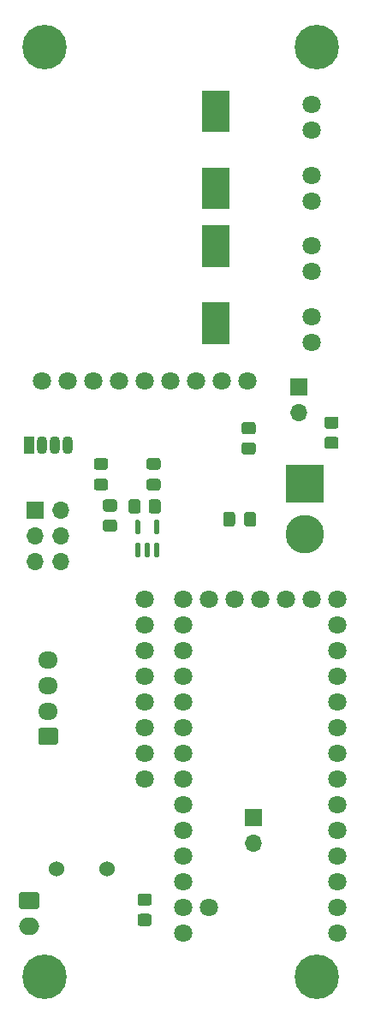
<source format=gbr>
%TF.GenerationSoftware,KiCad,Pcbnew,5.1.10*%
%TF.CreationDate,2021-06-27T22:38:49+02:00*%
%TF.ProjectId,fc_v2,66635f76-322e-46b6-9963-61645f706362,rev?*%
%TF.SameCoordinates,Original*%
%TF.FileFunction,Soldermask,Top*%
%TF.FilePolarity,Negative*%
%FSLAX46Y46*%
G04 Gerber Fmt 4.6, Leading zero omitted, Abs format (unit mm)*
G04 Created by KiCad (PCBNEW 5.1.10) date 2021-06-27 22:38:49*
%MOMM*%
%LPD*%
G01*
G04 APERTURE LIST*
%ADD10C,0.010000*%
%ADD11O,2.000000X1.700000*%
%ADD12O,1.700000X1.700000*%
%ADD13R,1.700000X1.700000*%
%ADD14C,0.700000*%
%ADD15C,4.400000*%
%ADD16C,1.524000*%
%ADD17O,1.950000X1.700000*%
%ADD18C,1.800000*%
%ADD19C,0.800000*%
%ADD20C,3.800000*%
%ADD21R,3.800000X3.800000*%
%ADD22R,1.070000X1.800000*%
%ADD23O,1.070000X1.800000*%
G04 APERTURE END LIST*
D10*
%TO.C,U14*%
G36*
X144195800Y-67843400D02*
G01*
X141554200Y-67843400D01*
X141554200Y-71856600D01*
X144195800Y-71856600D01*
X144195800Y-67843400D01*
G37*
X144195800Y-67843400D02*
X141554200Y-67843400D01*
X141554200Y-71856600D01*
X144195800Y-71856600D01*
X144195800Y-67843400D01*
%TO.C,U13*%
G36*
X144195800Y-75463400D02*
G01*
X141554200Y-75463400D01*
X141554200Y-79476600D01*
X144195800Y-79476600D01*
X144195800Y-75463400D01*
G37*
X144195800Y-75463400D02*
X141554200Y-75463400D01*
X141554200Y-79476600D01*
X144195800Y-79476600D01*
X144195800Y-75463400D01*
%TO.C,U12*%
G36*
X144195800Y-81178400D02*
G01*
X141554200Y-81178400D01*
X141554200Y-85191600D01*
X144195800Y-85191600D01*
X144195800Y-81178400D01*
G37*
X144195800Y-81178400D02*
X141554200Y-81178400D01*
X141554200Y-85191600D01*
X144195800Y-85191600D01*
X144195800Y-81178400D01*
%TO.C,U11*%
G36*
X144195800Y-88798400D02*
G01*
X141554200Y-88798400D01*
X141554200Y-92811600D01*
X144195800Y-92811600D01*
X144195800Y-88798400D01*
G37*
X144195800Y-88798400D02*
X141554200Y-88798400D01*
X141554200Y-92811600D01*
X144195800Y-92811600D01*
X144195800Y-88798400D01*
%TD*%
%TO.C,R15*%
G36*
G01*
X135439999Y-149260000D02*
X136340001Y-149260000D01*
G75*
G02*
X136590000Y-149509999I0J-249999D01*
G01*
X136590000Y-150210001D01*
G75*
G02*
X136340001Y-150460000I-249999J0D01*
G01*
X135439999Y-150460000D01*
G75*
G02*
X135190000Y-150210001I0J249999D01*
G01*
X135190000Y-149509999D01*
G75*
G02*
X135439999Y-149260000I249999J0D01*
G01*
G37*
G36*
G01*
X135439999Y-147260000D02*
X136340001Y-147260000D01*
G75*
G02*
X136590000Y-147509999I0J-249999D01*
G01*
X136590000Y-148210001D01*
G75*
G02*
X136340001Y-148460000I-249999J0D01*
G01*
X135439999Y-148460000D01*
G75*
G02*
X135190000Y-148210001I0J249999D01*
G01*
X135190000Y-147509999D01*
G75*
G02*
X135439999Y-147260000I249999J0D01*
G01*
G37*
%TD*%
D11*
%TO.C,JP2*%
X124460000Y-150455000D03*
G36*
G01*
X123710000Y-147105000D02*
X125210000Y-147105000D01*
G75*
G02*
X125460000Y-147355000I0J-250000D01*
G01*
X125460000Y-148555000D01*
G75*
G02*
X125210000Y-148805000I-250000J0D01*
G01*
X123710000Y-148805000D01*
G75*
G02*
X123460000Y-148555000I0J250000D01*
G01*
X123460000Y-147355000D01*
G75*
G02*
X123710000Y-147105000I250000J0D01*
G01*
G37*
%TD*%
D12*
%TO.C,SW1*%
X151130000Y-99695000D03*
D13*
X151130000Y-97155000D03*
%TD*%
D12*
%TO.C,JP1*%
X146685000Y-142240000D03*
D13*
X146685000Y-139700000D03*
%TD*%
D14*
%TO.C,H5*%
X154074726Y-62333274D03*
X152908000Y-61850000D03*
X151741274Y-62333274D03*
X151258000Y-63500000D03*
X151741274Y-64666726D03*
X152908000Y-65150000D03*
X154074726Y-64666726D03*
X154558000Y-63500000D03*
D15*
X152908000Y-63500000D03*
%TD*%
D14*
%TO.C,H4*%
X127150726Y-154281274D03*
X125984000Y-153798000D03*
X124817274Y-154281274D03*
X124334000Y-155448000D03*
X124817274Y-156614726D03*
X125984000Y-157098000D03*
X127150726Y-156614726D03*
X127634000Y-155448000D03*
D15*
X125984000Y-155448000D03*
%TD*%
D14*
%TO.C,H2*%
X127150726Y-62333274D03*
X125984000Y-61850000D03*
X124817274Y-62333274D03*
X124334000Y-63500000D03*
X124817274Y-64666726D03*
X125984000Y-65150000D03*
X127150726Y-64666726D03*
X127634000Y-63500000D03*
D15*
X125984000Y-63500000D03*
%TD*%
D14*
%TO.C,H1*%
X154074726Y-154281274D03*
X152908000Y-153798000D03*
X151741274Y-154281274D03*
X151258000Y-155448000D03*
X151741274Y-156614726D03*
X152908000Y-157098000D03*
X154074726Y-156614726D03*
X154558000Y-155448000D03*
D15*
X152908000Y-155448000D03*
%TD*%
%TO.C,R14*%
G36*
G01*
X154818501Y-101279500D02*
X153918499Y-101279500D01*
G75*
G02*
X153668500Y-101029501I0J249999D01*
G01*
X153668500Y-100329499D01*
G75*
G02*
X153918499Y-100079500I249999J0D01*
G01*
X154818501Y-100079500D01*
G75*
G02*
X155068500Y-100329499I0J-249999D01*
G01*
X155068500Y-101029501D01*
G75*
G02*
X154818501Y-101279500I-249999J0D01*
G01*
G37*
G36*
G01*
X154818501Y-103279500D02*
X153918499Y-103279500D01*
G75*
G02*
X153668500Y-103029501I0J249999D01*
G01*
X153668500Y-102329499D01*
G75*
G02*
X153918499Y-102079500I249999J0D01*
G01*
X154818501Y-102079500D01*
G75*
G02*
X155068500Y-102329499I0J-249999D01*
G01*
X155068500Y-103029501D01*
G75*
G02*
X154818501Y-103279500I-249999J0D01*
G01*
G37*
%TD*%
D16*
%TO.C,BZ1*%
X132190500Y-144780000D03*
X127190500Y-144780000D03*
%TD*%
D12*
%TO.C,J1*%
X127635000Y-114427000D03*
X125095000Y-114427000D03*
X127635000Y-111887000D03*
X125095000Y-111887000D03*
X127635000Y-109347000D03*
D13*
X125095000Y-109347000D03*
%TD*%
%TO.C,J2*%
G36*
G01*
X127090000Y-132549000D02*
X125640000Y-132549000D01*
G75*
G02*
X125390000Y-132299000I0J250000D01*
G01*
X125390000Y-131099000D01*
G75*
G02*
X125640000Y-130849000I250000J0D01*
G01*
X127090000Y-130849000D01*
G75*
G02*
X127340000Y-131099000I0J-250000D01*
G01*
X127340000Y-132299000D01*
G75*
G02*
X127090000Y-132549000I-250000J0D01*
G01*
G37*
D17*
X126365000Y-129199000D03*
X126365000Y-126699000D03*
X126365000Y-124199000D03*
%TD*%
D18*
%TO.C,U1*%
X154940000Y-151130000D03*
X154940000Y-148590000D03*
X154940000Y-146050000D03*
X154940000Y-143510000D03*
X154940000Y-140970000D03*
X154940000Y-138430000D03*
X154940000Y-135890000D03*
X154940000Y-133350000D03*
X154940000Y-130810000D03*
X154940000Y-128270000D03*
X154940000Y-125730000D03*
X154940000Y-123190000D03*
X154940000Y-120650000D03*
X142240000Y-148590000D03*
X139700000Y-151130000D03*
X139700000Y-148590000D03*
X139700000Y-146050000D03*
X139700000Y-143510000D03*
X139700000Y-140970000D03*
X139700000Y-138430000D03*
X139700000Y-135890000D03*
X139700000Y-133350000D03*
X139700000Y-130810000D03*
X139700000Y-128270000D03*
X139700000Y-125730000D03*
X139700000Y-123190000D03*
X139700000Y-120650000D03*
X154940000Y-118110000D03*
X152400000Y-118110000D03*
X149860000Y-118110000D03*
X139700000Y-118110000D03*
X142240000Y-118110000D03*
X144780000Y-118110000D03*
X147320000Y-118110000D03*
%TD*%
D19*
%TO.C,U14*%
X142036800Y-71374000D03*
X143713200Y-71374000D03*
X142875000Y-71374000D03*
X142036800Y-69951600D03*
X142875000Y-69951600D03*
X143713200Y-69951600D03*
X142036800Y-68478400D03*
X142875000Y-68478400D03*
X143713200Y-68478400D03*
%TD*%
%TO.C,U13*%
X142036800Y-78994000D03*
X143713200Y-78994000D03*
X142875000Y-78994000D03*
X142036800Y-77571600D03*
X142875000Y-77571600D03*
X143713200Y-77571600D03*
X142036800Y-76098400D03*
X142875000Y-76098400D03*
X143713200Y-76098400D03*
%TD*%
%TO.C,U12*%
X142036800Y-84709000D03*
X143713200Y-84709000D03*
X142875000Y-84709000D03*
X142036800Y-83286600D03*
X142875000Y-83286600D03*
X143713200Y-83286600D03*
X142036800Y-81813400D03*
X142875000Y-81813400D03*
X143713200Y-81813400D03*
%TD*%
%TO.C,U11*%
X142036800Y-92329000D03*
X143713200Y-92329000D03*
X142875000Y-92329000D03*
X142036800Y-90906600D03*
X142875000Y-90906600D03*
X143713200Y-90906600D03*
X142036800Y-89433400D03*
X142875000Y-89433400D03*
X143713200Y-89433400D03*
%TD*%
%TO.C,R12*%
G36*
G01*
X136290000Y-109416001D02*
X136290000Y-108515999D01*
G75*
G02*
X136539999Y-108266000I249999J0D01*
G01*
X137240001Y-108266000D01*
G75*
G02*
X137490000Y-108515999I0J-249999D01*
G01*
X137490000Y-109416001D01*
G75*
G02*
X137240001Y-109666000I-249999J0D01*
G01*
X136539999Y-109666000D01*
G75*
G02*
X136290000Y-109416001I0J249999D01*
G01*
G37*
G36*
G01*
X134290000Y-109416001D02*
X134290000Y-108515999D01*
G75*
G02*
X134539999Y-108266000I249999J0D01*
G01*
X135240001Y-108266000D01*
G75*
G02*
X135490000Y-108515999I0J-249999D01*
G01*
X135490000Y-109416001D01*
G75*
G02*
X135240001Y-109666000I-249999J0D01*
G01*
X134539999Y-109666000D01*
G75*
G02*
X134290000Y-109416001I0J249999D01*
G01*
G37*
%TD*%
%TO.C,R11*%
G36*
G01*
X132911001Y-109471000D02*
X132010999Y-109471000D01*
G75*
G02*
X131761000Y-109221001I0J249999D01*
G01*
X131761000Y-108520999D01*
G75*
G02*
X132010999Y-108271000I249999J0D01*
G01*
X132911001Y-108271000D01*
G75*
G02*
X133161000Y-108520999I0J-249999D01*
G01*
X133161000Y-109221001D01*
G75*
G02*
X132911001Y-109471000I-249999J0D01*
G01*
G37*
G36*
G01*
X132911001Y-111471000D02*
X132010999Y-111471000D01*
G75*
G02*
X131761000Y-111221001I0J249999D01*
G01*
X131761000Y-110520999D01*
G75*
G02*
X132010999Y-110271000I249999J0D01*
G01*
X132911001Y-110271000D01*
G75*
G02*
X133161000Y-110520999I0J-249999D01*
G01*
X133161000Y-111221001D01*
G75*
G02*
X132911001Y-111471000I-249999J0D01*
G01*
G37*
%TD*%
%TO.C,R7*%
G36*
G01*
X146627001Y-101835000D02*
X145726999Y-101835000D01*
G75*
G02*
X145477000Y-101585001I0J249999D01*
G01*
X145477000Y-100884999D01*
G75*
G02*
X145726999Y-100635000I249999J0D01*
G01*
X146627001Y-100635000D01*
G75*
G02*
X146877000Y-100884999I0J-249999D01*
G01*
X146877000Y-101585001D01*
G75*
G02*
X146627001Y-101835000I-249999J0D01*
G01*
G37*
G36*
G01*
X146627001Y-103835000D02*
X145726999Y-103835000D01*
G75*
G02*
X145477000Y-103585001I0J249999D01*
G01*
X145477000Y-102884999D01*
G75*
G02*
X145726999Y-102635000I249999J0D01*
G01*
X146627001Y-102635000D01*
G75*
G02*
X146877000Y-102884999I0J-249999D01*
G01*
X146877000Y-103585001D01*
G75*
G02*
X146627001Y-103835000I-249999J0D01*
G01*
G37*
%TD*%
%TO.C,C3*%
G36*
G01*
X145738000Y-110711000D02*
X145738000Y-109761000D01*
G75*
G02*
X145988000Y-109511000I250000J0D01*
G01*
X146663000Y-109511000D01*
G75*
G02*
X146913000Y-109761000I0J-250000D01*
G01*
X146913000Y-110711000D01*
G75*
G02*
X146663000Y-110961000I-250000J0D01*
G01*
X145988000Y-110961000D01*
G75*
G02*
X145738000Y-110711000I0J250000D01*
G01*
G37*
G36*
G01*
X143663000Y-110711000D02*
X143663000Y-109761000D01*
G75*
G02*
X143913000Y-109511000I250000J0D01*
G01*
X144588000Y-109511000D01*
G75*
G02*
X144838000Y-109761000I0J-250000D01*
G01*
X144838000Y-110711000D01*
G75*
G02*
X144588000Y-110961000I-250000J0D01*
G01*
X143913000Y-110961000D01*
G75*
G02*
X143663000Y-110711000I0J250000D01*
G01*
G37*
%TD*%
%TO.C,U15*%
G36*
G01*
X135319000Y-113991000D02*
X135069000Y-113991000D01*
G75*
G02*
X134944000Y-113866000I0J125000D01*
G01*
X134944000Y-112691000D01*
G75*
G02*
X135069000Y-112566000I125000J0D01*
G01*
X135319000Y-112566000D01*
G75*
G02*
X135444000Y-112691000I0J-125000D01*
G01*
X135444000Y-113866000D01*
G75*
G02*
X135319000Y-113991000I-125000J0D01*
G01*
G37*
G36*
G01*
X136269000Y-113991000D02*
X136019000Y-113991000D01*
G75*
G02*
X135894000Y-113866000I0J125000D01*
G01*
X135894000Y-112691000D01*
G75*
G02*
X136019000Y-112566000I125000J0D01*
G01*
X136269000Y-112566000D01*
G75*
G02*
X136394000Y-112691000I0J-125000D01*
G01*
X136394000Y-113866000D01*
G75*
G02*
X136269000Y-113991000I-125000J0D01*
G01*
G37*
G36*
G01*
X137219000Y-113991000D02*
X136969000Y-113991000D01*
G75*
G02*
X136844000Y-113866000I0J125000D01*
G01*
X136844000Y-112691000D01*
G75*
G02*
X136969000Y-112566000I125000J0D01*
G01*
X137219000Y-112566000D01*
G75*
G02*
X137344000Y-112691000I0J-125000D01*
G01*
X137344000Y-113866000D01*
G75*
G02*
X137219000Y-113991000I-125000J0D01*
G01*
G37*
G36*
G01*
X137219000Y-111716000D02*
X136969000Y-111716000D01*
G75*
G02*
X136844000Y-111591000I0J125000D01*
G01*
X136844000Y-110416000D01*
G75*
G02*
X136969000Y-110291000I125000J0D01*
G01*
X137219000Y-110291000D01*
G75*
G02*
X137344000Y-110416000I0J-125000D01*
G01*
X137344000Y-111591000D01*
G75*
G02*
X137219000Y-111716000I-125000J0D01*
G01*
G37*
G36*
G01*
X135319000Y-111716000D02*
X135069000Y-111716000D01*
G75*
G02*
X134944000Y-111591000I0J125000D01*
G01*
X134944000Y-110416000D01*
G75*
G02*
X135069000Y-110291000I125000J0D01*
G01*
X135319000Y-110291000D01*
G75*
G02*
X135444000Y-110416000I0J-125000D01*
G01*
X135444000Y-111591000D01*
G75*
G02*
X135319000Y-111716000I-125000J0D01*
G01*
G37*
%TD*%
%TO.C,D7*%
G36*
G01*
X132022001Y-105332000D02*
X131121999Y-105332000D01*
G75*
G02*
X130872000Y-105082001I0J249999D01*
G01*
X130872000Y-104431999D01*
G75*
G02*
X131121999Y-104182000I249999J0D01*
G01*
X132022001Y-104182000D01*
G75*
G02*
X132272000Y-104431999I0J-249999D01*
G01*
X132272000Y-105082001D01*
G75*
G02*
X132022001Y-105332000I-249999J0D01*
G01*
G37*
G36*
G01*
X132022001Y-107382000D02*
X131121999Y-107382000D01*
G75*
G02*
X130872000Y-107132001I0J249999D01*
G01*
X130872000Y-106481999D01*
G75*
G02*
X131121999Y-106232000I249999J0D01*
G01*
X132022001Y-106232000D01*
G75*
G02*
X132272000Y-106481999I0J-249999D01*
G01*
X132272000Y-107132001D01*
G75*
G02*
X132022001Y-107382000I-249999J0D01*
G01*
G37*
%TD*%
%TO.C,D5*%
G36*
G01*
X136328999Y-106232000D02*
X137229001Y-106232000D01*
G75*
G02*
X137479000Y-106481999I0J-249999D01*
G01*
X137479000Y-107132001D01*
G75*
G02*
X137229001Y-107382000I-249999J0D01*
G01*
X136328999Y-107382000D01*
G75*
G02*
X136079000Y-107132001I0J249999D01*
G01*
X136079000Y-106481999D01*
G75*
G02*
X136328999Y-106232000I249999J0D01*
G01*
G37*
G36*
G01*
X136328999Y-104182000D02*
X137229001Y-104182000D01*
G75*
G02*
X137479000Y-104431999I0J-249999D01*
G01*
X137479000Y-105082001D01*
G75*
G02*
X137229001Y-105332000I-249999J0D01*
G01*
X136328999Y-105332000D01*
G75*
G02*
X136079000Y-105082001I0J249999D01*
G01*
X136079000Y-104431999D01*
G75*
G02*
X136328999Y-104182000I249999J0D01*
G01*
G37*
%TD*%
D20*
%TO.C,U5*%
X151765000Y-111680000D03*
D21*
X151765000Y-106680000D03*
%TD*%
D18*
%TO.C,U9*%
X152400000Y-76200000D03*
X152400000Y-78740000D03*
%TD*%
%TO.C,U2*%
X146050000Y-96520000D03*
X143510000Y-96520000D03*
X140970000Y-96520000D03*
X138430000Y-96520000D03*
X135890000Y-96520000D03*
X133350000Y-96520000D03*
X130810000Y-96520000D03*
X128270000Y-96520000D03*
X125730000Y-96520000D03*
%TD*%
D22*
%TO.C,D2*%
X124460000Y-102870000D03*
D23*
X125730000Y-102870000D03*
X127000000Y-102870000D03*
X128270000Y-102870000D03*
%TD*%
D18*
%TO.C,U10*%
X152400000Y-69215000D03*
X152400000Y-71755000D03*
%TD*%
%TO.C,U8*%
X152400000Y-83185000D03*
X152400000Y-85725000D03*
%TD*%
%TO.C,U7*%
X152400000Y-90170000D03*
X152400000Y-92710000D03*
%TD*%
%TO.C,U3*%
X135890000Y-135890000D03*
X135890000Y-133350000D03*
X135890000Y-130810000D03*
X135890000Y-128270000D03*
X135890000Y-125730000D03*
X135890000Y-123190000D03*
X135890000Y-120650000D03*
X135890000Y-118110000D03*
%TD*%
M02*

</source>
